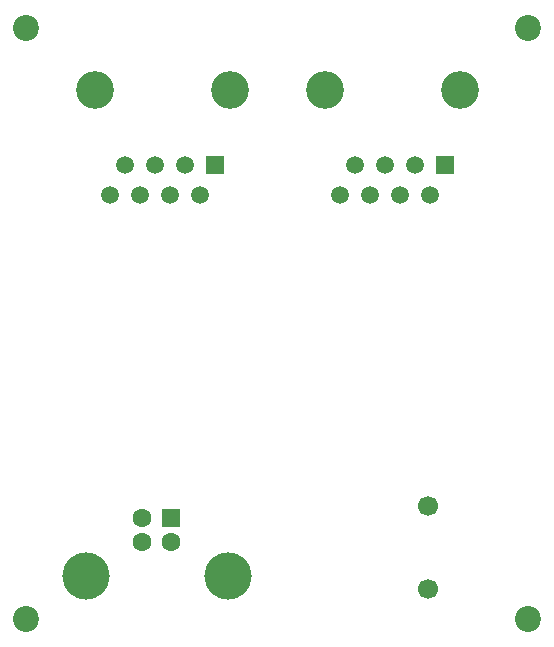
<source format=gbr>
%TF.GenerationSoftware,KiCad,Pcbnew,9.0.7*%
%TF.CreationDate,2026-01-18T11:35:40-05:00*%
%TF.ProjectId,digirig_icom,64696769-7269-4675-9f69-636f6d2e6b69,rev?*%
%TF.SameCoordinates,Original*%
%TF.FileFunction,Soldermask,Bot*%
%TF.FilePolarity,Negative*%
%FSLAX46Y46*%
G04 Gerber Fmt 4.6, Leading zero omitted, Abs format (unit mm)*
G04 Created by KiCad (PCBNEW 9.0.7) date 2026-01-18 11:35:40*
%MOMM*%
%LPD*%
G01*
G04 APERTURE LIST*
%ADD10C,3.200000*%
%ADD11R,1.500000X1.500000*%
%ADD12C,1.500000*%
%ADD13C,2.200000*%
%ADD14C,1.700000*%
%ADD15R,1.600000X1.600000*%
%ADD16C,1.600000*%
%ADD17C,4.000000*%
G04 APERTURE END LIST*
D10*
%TO.C,J2*%
X51750000Y-20250000D03*
X40320000Y-20250000D03*
D11*
X50480000Y-26600000D03*
D12*
X49210000Y-29140000D03*
X47940000Y-26600000D03*
X46670000Y-29140000D03*
X45400000Y-26600000D03*
X44130000Y-29140000D03*
X42860000Y-26600000D03*
X41590000Y-29140000D03*
%TD*%
D13*
%TO.C,REF\u002A\u002A*%
X15000000Y-15000000D03*
%TD*%
%TO.C,REF\u002A\u002A*%
X57500000Y-15000000D03*
%TD*%
D14*
%TO.C,CON2*%
X49000000Y-62500000D03*
X49000000Y-55500000D03*
%TD*%
D13*
%TO.C,REF\u002A\u002A*%
X57500000Y-65000000D03*
%TD*%
D10*
%TO.C,J1*%
X32250000Y-20250000D03*
X20820000Y-20250000D03*
D11*
X30980000Y-26600000D03*
D12*
X29710000Y-29140000D03*
X28440000Y-26600000D03*
X27170000Y-29140000D03*
X25900000Y-26600000D03*
X24630000Y-29140000D03*
X23360000Y-26600000D03*
X22090000Y-29140000D03*
%TD*%
D15*
%TO.C,J3*%
X27300000Y-56500000D03*
D16*
X24800000Y-56500000D03*
X24800000Y-58500000D03*
X27300000Y-58500000D03*
D17*
X32050000Y-61360000D03*
X20050000Y-61360000D03*
%TD*%
D13*
%TO.C,REF\u002A\u002A*%
X15000000Y-65000000D03*
%TD*%
M02*

</source>
